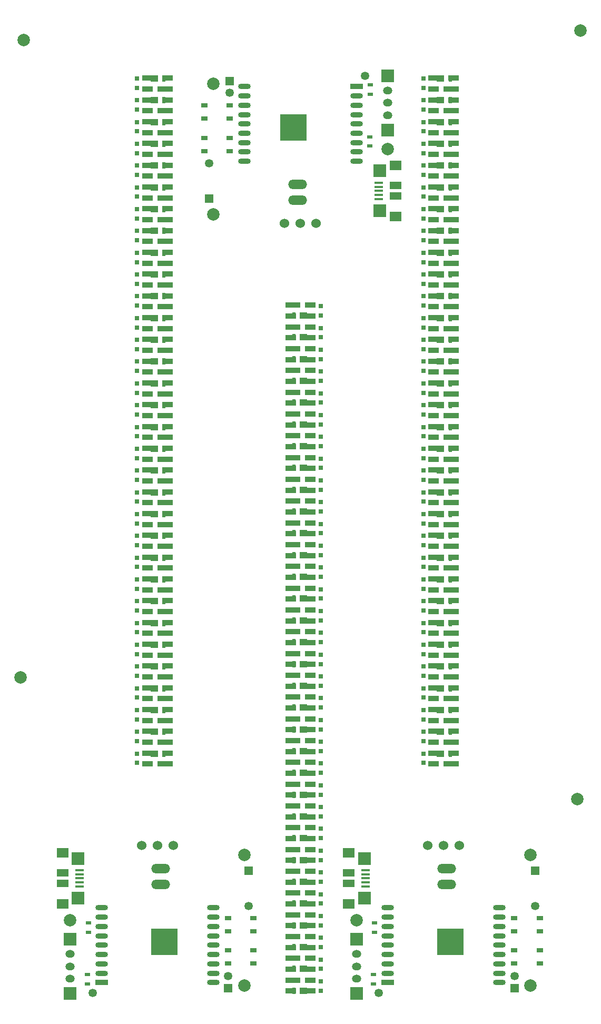
<source format=gbs>
G04 #@! TF.FileFunction,Soldermask,Bot*
%FSLAX46Y46*%
G04 Gerber Fmt 4.6, Leading zero omitted, Abs format (unit mm)*
G04 Created by KiCad (PCBNEW 4.0.1-stable) date 2017/04/08 12:51:49*
%MOMM*%
G01*
G04 APERTURE LIST*
%ADD10C,0.200000*%
%ADD11O,1.500000X1.270000*%
%ADD12R,2.000000X2.000000*%
%ADD13C,1.524000*%
%ADD14O,3.014980X1.506220*%
%ADD15R,0.900000X0.500000*%
%ADD16O,2.000000X0.900000*%
%ADD17R,2.000000X0.900000*%
%ADD18R,4.300000X4.300000*%
%ADD19C,2.000000*%
%ADD20R,0.750000X0.800000*%
%ADD21R,1.700000X0.850000*%
%ADD22R,1.200000X1.000000*%
%ADD23R,0.600000X1.000000*%
%ADD24C,1.350000*%
%ADD25R,1.350000X1.350000*%
%ADD26R,1.900000X1.200000*%
%ADD27R,1.900000X1.600000*%
%ADD28R,2.000000X2.100000*%
%ADD29R,1.350000X0.400000*%
%ADD30R,1.050000X0.650000*%
G04 APERTURE END LIST*
D10*
D11*
X135000000Y-50600000D03*
X135000000Y-48600000D03*
X135000000Y-52600000D03*
D12*
X135000000Y-46250000D03*
X135000000Y-54950000D03*
D13*
X123540000Y-70000000D03*
X121000000Y-70000000D03*
X118460000Y-70000000D03*
D14*
X120500000Y-66270000D03*
X120500000Y-63730000D03*
D15*
X132100000Y-56050000D03*
X132100000Y-57550000D03*
X132250000Y-47750000D03*
X132250000Y-49250000D03*
D16*
X112000000Y-60000000D03*
X130000000Y-60000000D03*
D17*
X130000000Y-48000000D03*
D16*
X130000000Y-49500000D03*
X130000000Y-51000000D03*
X130000000Y-52500000D03*
X130000000Y-54000000D03*
X130000000Y-55500000D03*
X130000000Y-57000000D03*
X130000000Y-58500000D03*
X112000000Y-58500000D03*
X112000000Y-57000000D03*
X112000000Y-55500000D03*
X112000000Y-54000000D03*
X112000000Y-52500000D03*
X112000000Y-51000000D03*
X112000000Y-49500000D03*
X112000000Y-48000000D03*
D18*
X119880000Y-54580000D03*
D19*
X107000000Y-47500000D03*
X107000000Y-68500000D03*
X135000000Y-58000000D03*
D20*
X124250000Y-84800000D03*
X124250000Y-83300000D03*
X124250000Y-88300000D03*
X124250000Y-86800000D03*
X124250000Y-91800000D03*
X124250000Y-90300000D03*
X124250000Y-95300000D03*
X124250000Y-93800000D03*
X124250000Y-98800000D03*
X124250000Y-97300000D03*
X124250000Y-102300000D03*
X124250000Y-100800000D03*
X124250000Y-105800000D03*
X124250000Y-104300000D03*
X124250000Y-109300000D03*
X124250000Y-107800000D03*
X124250000Y-112800000D03*
X124250000Y-111300000D03*
X124250000Y-116300000D03*
X124250000Y-114800000D03*
X124250000Y-119800000D03*
X124250000Y-118300000D03*
X124250000Y-123300000D03*
X124250000Y-121800000D03*
X124250000Y-126800000D03*
X124250000Y-125300000D03*
X124250000Y-130300000D03*
X124250000Y-128800000D03*
X124250000Y-133800000D03*
X124250000Y-132300000D03*
X124250000Y-137300000D03*
X124250000Y-135800000D03*
X124250000Y-140800000D03*
X124250000Y-139300000D03*
X124250000Y-144300000D03*
X124250000Y-142800000D03*
X124250000Y-147800000D03*
X124250000Y-146300000D03*
X124250000Y-151300000D03*
X124250000Y-149800000D03*
X124250000Y-154800000D03*
X124250000Y-153300000D03*
X124250000Y-158300000D03*
X124250000Y-156800000D03*
X124250000Y-161800000D03*
X124250000Y-160300000D03*
X124250000Y-165300000D03*
X124250000Y-163800000D03*
X124250000Y-168800000D03*
X124250000Y-167300000D03*
X124250000Y-172300000D03*
X124250000Y-170800000D03*
X124250000Y-175800000D03*
X124250000Y-174300000D03*
X124250000Y-179300000D03*
X124250000Y-177800000D03*
X124250000Y-182800000D03*
X124250000Y-181300000D03*
X124250000Y-186300000D03*
X124250000Y-184800000D03*
X124250000Y-189800000D03*
X124250000Y-188300000D03*
X124250000Y-193300000D03*
X124250000Y-191800000D03*
D21*
X119400000Y-193375000D03*
X119400000Y-191625000D03*
X122600000Y-191625000D03*
X122600000Y-193375000D03*
X120150000Y-191625000D03*
D22*
X121500000Y-193300000D03*
D23*
X119950000Y-193300000D03*
D21*
X119400000Y-189875000D03*
X119400000Y-188125000D03*
X122600000Y-188125000D03*
X122600000Y-189875000D03*
X120150000Y-188125000D03*
D22*
X121500000Y-189800000D03*
D23*
X119950000Y-189800000D03*
D21*
X119400000Y-186375000D03*
X119400000Y-184625000D03*
X122600000Y-184625000D03*
X122600000Y-186375000D03*
X120150000Y-184625000D03*
D22*
X121500000Y-186300000D03*
D23*
X119950000Y-186300000D03*
D21*
X119400000Y-182875000D03*
X119400000Y-181125000D03*
X122600000Y-181125000D03*
X122600000Y-182875000D03*
X120150000Y-181125000D03*
D22*
X121500000Y-182800000D03*
D23*
X119950000Y-182800000D03*
D21*
X119400000Y-179375000D03*
X119400000Y-177625000D03*
X122600000Y-177625000D03*
X122600000Y-179375000D03*
X120150000Y-177625000D03*
D22*
X121500000Y-179300000D03*
D23*
X119950000Y-179300000D03*
D21*
X119400000Y-175875000D03*
X119400000Y-174125000D03*
X122600000Y-174125000D03*
X122600000Y-175875000D03*
X120150000Y-174125000D03*
D22*
X121500000Y-175800000D03*
D23*
X119950000Y-175800000D03*
D21*
X119400000Y-172375000D03*
X119400000Y-170625000D03*
X122600000Y-170625000D03*
X122600000Y-172375000D03*
X120150000Y-170625000D03*
D22*
X121500000Y-172300000D03*
D23*
X119950000Y-172300000D03*
D21*
X119400000Y-168875000D03*
X119400000Y-167125000D03*
X122600000Y-167125000D03*
X122600000Y-168875000D03*
X120150000Y-167125000D03*
D22*
X121500000Y-168800000D03*
D23*
X119950000Y-168800000D03*
D21*
X119400000Y-165375000D03*
X119400000Y-163625000D03*
X122600000Y-163625000D03*
X122600000Y-165375000D03*
X120150000Y-163625000D03*
D22*
X121500000Y-165300000D03*
D23*
X119950000Y-165300000D03*
D21*
X119400000Y-161875000D03*
X119400000Y-160125000D03*
X122600000Y-160125000D03*
X122600000Y-161875000D03*
X120150000Y-160125000D03*
D22*
X121500000Y-161800000D03*
D23*
X119950000Y-161800000D03*
D21*
X119400000Y-158375000D03*
X119400000Y-156625000D03*
X122600000Y-156625000D03*
X122600000Y-158375000D03*
X120150000Y-156625000D03*
D22*
X121500000Y-158300000D03*
D23*
X119950000Y-158300000D03*
D21*
X119400000Y-154875000D03*
X119400000Y-153125000D03*
X122600000Y-153125000D03*
X122600000Y-154875000D03*
X120150000Y-153125000D03*
D22*
X121500000Y-154800000D03*
D23*
X119950000Y-154800000D03*
D21*
X119400000Y-151375000D03*
X119400000Y-149625000D03*
X122600000Y-149625000D03*
X122600000Y-151375000D03*
X120150000Y-149625000D03*
D22*
X121500000Y-151300000D03*
D23*
X119950000Y-151300000D03*
D21*
X119400000Y-147875000D03*
X119400000Y-146125000D03*
X122600000Y-146125000D03*
X122600000Y-147875000D03*
X120150000Y-146125000D03*
D22*
X121500000Y-147800000D03*
D23*
X119950000Y-147800000D03*
D21*
X119400000Y-144375000D03*
X119400000Y-142625000D03*
X122600000Y-142625000D03*
X122600000Y-144375000D03*
X120150000Y-142625000D03*
D22*
X121500000Y-144300000D03*
D23*
X119950000Y-144300000D03*
D21*
X119400000Y-140875000D03*
X119400000Y-139125000D03*
X122600000Y-139125000D03*
X122600000Y-140875000D03*
X120150000Y-139125000D03*
D22*
X121500000Y-140800000D03*
D23*
X119950000Y-140800000D03*
D21*
X119400000Y-137375000D03*
X119400000Y-135625000D03*
X122600000Y-135625000D03*
X122600000Y-137375000D03*
X120150000Y-135625000D03*
D22*
X121500000Y-137300000D03*
D23*
X119950000Y-137300000D03*
D21*
X119400000Y-133875000D03*
X119400000Y-132125000D03*
X122600000Y-132125000D03*
X122600000Y-133875000D03*
X120150000Y-132125000D03*
D22*
X121500000Y-133800000D03*
D23*
X119950000Y-133800000D03*
D21*
X119400000Y-130375000D03*
X119400000Y-128625000D03*
X122600000Y-128625000D03*
X122600000Y-130375000D03*
X120150000Y-128625000D03*
D22*
X121500000Y-130300000D03*
D23*
X119950000Y-130300000D03*
D21*
X119400000Y-126875000D03*
X119400000Y-125125000D03*
X122600000Y-125125000D03*
X122600000Y-126875000D03*
X120150000Y-125125000D03*
D22*
X121500000Y-126800000D03*
D23*
X119950000Y-126800000D03*
D21*
X119400000Y-123375000D03*
X119400000Y-121625000D03*
X122600000Y-121625000D03*
X122600000Y-123375000D03*
X120150000Y-121625000D03*
D22*
X121500000Y-123300000D03*
D23*
X119950000Y-123300000D03*
D21*
X119400000Y-119875000D03*
X119400000Y-118125000D03*
X122600000Y-118125000D03*
X122600000Y-119875000D03*
X120150000Y-118125000D03*
D22*
X121500000Y-119800000D03*
D23*
X119950000Y-119800000D03*
D21*
X119400000Y-116375000D03*
X119400000Y-114625000D03*
X122600000Y-114625000D03*
X122600000Y-116375000D03*
X120150000Y-114625000D03*
D22*
X121500000Y-116300000D03*
D23*
X119950000Y-116300000D03*
D21*
X119400000Y-112875000D03*
X119400000Y-111125000D03*
X122600000Y-111125000D03*
X122600000Y-112875000D03*
X120150000Y-111125000D03*
D22*
X121500000Y-112800000D03*
D23*
X119950000Y-112800000D03*
D21*
X119400000Y-109375000D03*
X119400000Y-107625000D03*
X122600000Y-107625000D03*
X122600000Y-109375000D03*
X120150000Y-107625000D03*
D22*
X121500000Y-109300000D03*
D23*
X119950000Y-109300000D03*
D21*
X119400000Y-105875000D03*
X119400000Y-104125000D03*
X122600000Y-104125000D03*
X122600000Y-105875000D03*
X120150000Y-104125000D03*
D22*
X121500000Y-105800000D03*
D23*
X119950000Y-105800000D03*
D21*
X119400000Y-102375000D03*
X119400000Y-100625000D03*
X122600000Y-100625000D03*
X122600000Y-102375000D03*
X120150000Y-100625000D03*
D22*
X121500000Y-102300000D03*
D23*
X119950000Y-102300000D03*
D21*
X119400000Y-98875000D03*
X119400000Y-97125000D03*
X122600000Y-97125000D03*
X122600000Y-98875000D03*
X120150000Y-97125000D03*
D22*
X121500000Y-98800000D03*
D23*
X119950000Y-98800000D03*
D21*
X119400000Y-95375000D03*
X119400000Y-93625000D03*
X122600000Y-93625000D03*
X122600000Y-95375000D03*
X120150000Y-93625000D03*
D22*
X121500000Y-95300000D03*
D23*
X119950000Y-95300000D03*
D21*
X119400000Y-91875000D03*
X119400000Y-90125000D03*
X122600000Y-90125000D03*
X122600000Y-91875000D03*
X120150000Y-90125000D03*
D22*
X121500000Y-91800000D03*
D23*
X119950000Y-91800000D03*
D21*
X119400000Y-88375000D03*
X119400000Y-86625000D03*
X122600000Y-86625000D03*
X122600000Y-88375000D03*
X120150000Y-86625000D03*
D22*
X121500000Y-88300000D03*
D23*
X119950000Y-88300000D03*
D21*
X119400000Y-84875000D03*
X119400000Y-83125000D03*
X122600000Y-83125000D03*
X122600000Y-84875000D03*
X120150000Y-83125000D03*
D22*
X121500000Y-84800000D03*
D23*
X119950000Y-84800000D03*
D24*
X131400000Y-46300000D03*
X106300000Y-60300000D03*
D25*
X106300000Y-66000000D03*
D24*
X109600000Y-49000000D03*
D25*
X109600000Y-47100000D03*
D26*
X136250000Y-63900000D03*
X136250000Y-65600000D03*
D27*
X136250000Y-68850000D03*
X136250000Y-60650000D03*
D28*
X133750000Y-67950000D03*
X133750000Y-61550000D03*
D29*
X133550000Y-66050000D03*
X133550000Y-65400000D03*
X133550000Y-64750000D03*
X133550000Y-64100000D03*
X133550000Y-63450000D03*
D30*
X109650000Y-51050000D03*
X105550000Y-51050000D03*
X105550000Y-53150000D03*
X109650000Y-53150000D03*
X105550000Y-58350000D03*
X109650000Y-58350000D03*
X109650000Y-56250000D03*
X105550000Y-56250000D03*
D13*
X95460000Y-170000000D03*
X98000000Y-170000000D03*
X100540000Y-170000000D03*
D14*
X98500000Y-173730000D03*
X98500000Y-176270000D03*
D15*
X86900000Y-183950000D03*
X86900000Y-182450000D03*
X86750000Y-192250000D03*
X86750000Y-190750000D03*
D16*
X107000000Y-180000000D03*
X89000000Y-180000000D03*
D17*
X89000000Y-192000000D03*
D16*
X89000000Y-190500000D03*
X89000000Y-189000000D03*
X89000000Y-187500000D03*
X89000000Y-186000000D03*
X89000000Y-184500000D03*
X89000000Y-183000000D03*
X89000000Y-181500000D03*
X107000000Y-181500000D03*
X107000000Y-183000000D03*
X107000000Y-184500000D03*
X107000000Y-186000000D03*
X107000000Y-187500000D03*
X107000000Y-189000000D03*
X107000000Y-190500000D03*
X107000000Y-192000000D03*
D18*
X99120000Y-185420000D03*
D19*
X112000000Y-192500000D03*
X112000000Y-171500000D03*
X84000000Y-182000000D03*
D20*
X94750000Y-155200000D03*
X94750000Y-156700000D03*
X94750000Y-151700000D03*
X94750000Y-153200000D03*
X94750000Y-148200000D03*
X94750000Y-149700000D03*
X94750000Y-144700000D03*
X94750000Y-146200000D03*
X94750000Y-141200000D03*
X94750000Y-142700000D03*
X94750000Y-137700000D03*
X94750000Y-139200000D03*
X94750000Y-134200000D03*
X94750000Y-135700000D03*
X94750000Y-130700000D03*
X94750000Y-132200000D03*
X94750000Y-127200000D03*
X94750000Y-128700000D03*
X94750000Y-123700000D03*
X94750000Y-125200000D03*
X94750000Y-120200000D03*
X94750000Y-121700000D03*
X94750000Y-116700000D03*
X94750000Y-118200000D03*
X94750000Y-113200000D03*
X94750000Y-114700000D03*
X94750000Y-109700000D03*
X94750000Y-111200000D03*
X94750000Y-106200000D03*
X94750000Y-107700000D03*
X94750000Y-102700000D03*
X94750000Y-104200000D03*
X94750000Y-99200000D03*
X94750000Y-100700000D03*
X94750000Y-95700000D03*
X94750000Y-97200000D03*
X94750000Y-92200000D03*
X94750000Y-93700000D03*
X94750000Y-88700000D03*
X94750000Y-90200000D03*
X94750000Y-85200000D03*
X94750000Y-86700000D03*
X94750000Y-81700000D03*
X94750000Y-83200000D03*
X94750000Y-78200000D03*
X94750000Y-79700000D03*
X94750000Y-74700000D03*
X94750000Y-76200000D03*
X94750000Y-71200000D03*
X94750000Y-72700000D03*
X94750000Y-67700000D03*
X94750000Y-69200000D03*
X94750000Y-64200000D03*
X94750000Y-65700000D03*
X94750000Y-60700000D03*
X94750000Y-62200000D03*
X94750000Y-57200000D03*
X94750000Y-58700000D03*
X94750000Y-53700000D03*
X94750000Y-55200000D03*
X94750000Y-50200000D03*
X94750000Y-51700000D03*
X94750000Y-46700000D03*
X94750000Y-48200000D03*
D21*
X99600000Y-46625000D03*
X99600000Y-48375000D03*
X96400000Y-48375000D03*
X96400000Y-46625000D03*
X98850000Y-48375000D03*
D22*
X97500000Y-46700000D03*
D23*
X99050000Y-46700000D03*
D21*
X99600000Y-50125000D03*
X99600000Y-51875000D03*
X96400000Y-51875000D03*
X96400000Y-50125000D03*
X98850000Y-51875000D03*
D22*
X97500000Y-50200000D03*
D23*
X99050000Y-50200000D03*
D21*
X99600000Y-53625000D03*
X99600000Y-55375000D03*
X96400000Y-55375000D03*
X96400000Y-53625000D03*
X98850000Y-55375000D03*
D22*
X97500000Y-53700000D03*
D23*
X99050000Y-53700000D03*
D21*
X99600000Y-57125000D03*
X99600000Y-58875000D03*
X96400000Y-58875000D03*
X96400000Y-57125000D03*
X98850000Y-58875000D03*
D22*
X97500000Y-57200000D03*
D23*
X99050000Y-57200000D03*
D21*
X99600000Y-60625000D03*
X99600000Y-62375000D03*
X96400000Y-62375000D03*
X96400000Y-60625000D03*
X98850000Y-62375000D03*
D22*
X97500000Y-60700000D03*
D23*
X99050000Y-60700000D03*
D21*
X99600000Y-64125000D03*
X99600000Y-65875000D03*
X96400000Y-65875000D03*
X96400000Y-64125000D03*
X98850000Y-65875000D03*
D22*
X97500000Y-64200000D03*
D23*
X99050000Y-64200000D03*
D21*
X99600000Y-67625000D03*
X99600000Y-69375000D03*
X96400000Y-69375000D03*
X96400000Y-67625000D03*
X98850000Y-69375000D03*
D22*
X97500000Y-67700000D03*
D23*
X99050000Y-67700000D03*
D21*
X99600000Y-71125000D03*
X99600000Y-72875000D03*
X96400000Y-72875000D03*
X96400000Y-71125000D03*
X98850000Y-72875000D03*
D22*
X97500000Y-71200000D03*
D23*
X99050000Y-71200000D03*
D21*
X99600000Y-74625000D03*
X99600000Y-76375000D03*
X96400000Y-76375000D03*
X96400000Y-74625000D03*
X98850000Y-76375000D03*
D22*
X97500000Y-74700000D03*
D23*
X99050000Y-74700000D03*
D21*
X99600000Y-78125000D03*
X99600000Y-79875000D03*
X96400000Y-79875000D03*
X96400000Y-78125000D03*
X98850000Y-79875000D03*
D22*
X97500000Y-78200000D03*
D23*
X99050000Y-78200000D03*
D21*
X99600000Y-81625000D03*
X99600000Y-83375000D03*
X96400000Y-83375000D03*
X96400000Y-81625000D03*
X98850000Y-83375000D03*
D22*
X97500000Y-81700000D03*
D23*
X99050000Y-81700000D03*
D21*
X99600000Y-85125000D03*
X99600000Y-86875000D03*
X96400000Y-86875000D03*
X96400000Y-85125000D03*
X98850000Y-86875000D03*
D22*
X97500000Y-85200000D03*
D23*
X99050000Y-85200000D03*
D21*
X99600000Y-88625000D03*
X99600000Y-90375000D03*
X96400000Y-90375000D03*
X96400000Y-88625000D03*
X98850000Y-90375000D03*
D22*
X97500000Y-88700000D03*
D23*
X99050000Y-88700000D03*
D21*
X99600000Y-92125000D03*
X99600000Y-93875000D03*
X96400000Y-93875000D03*
X96400000Y-92125000D03*
X98850000Y-93875000D03*
D22*
X97500000Y-92200000D03*
D23*
X99050000Y-92200000D03*
D21*
X99600000Y-95625000D03*
X99600000Y-97375000D03*
X96400000Y-97375000D03*
X96400000Y-95625000D03*
X98850000Y-97375000D03*
D22*
X97500000Y-95700000D03*
D23*
X99050000Y-95700000D03*
D21*
X99600000Y-99125000D03*
X99600000Y-100875000D03*
X96400000Y-100875000D03*
X96400000Y-99125000D03*
X98850000Y-100875000D03*
D22*
X97500000Y-99200000D03*
D23*
X99050000Y-99200000D03*
D21*
X99600000Y-102625000D03*
X99600000Y-104375000D03*
X96400000Y-104375000D03*
X96400000Y-102625000D03*
X98850000Y-104375000D03*
D22*
X97500000Y-102700000D03*
D23*
X99050000Y-102700000D03*
D21*
X99600000Y-106125000D03*
X99600000Y-107875000D03*
X96400000Y-107875000D03*
X96400000Y-106125000D03*
X98850000Y-107875000D03*
D22*
X97500000Y-106200000D03*
D23*
X99050000Y-106200000D03*
D21*
X99600000Y-109625000D03*
X99600000Y-111375000D03*
X96400000Y-111375000D03*
X96400000Y-109625000D03*
X98850000Y-111375000D03*
D22*
X97500000Y-109700000D03*
D23*
X99050000Y-109700000D03*
D21*
X99600000Y-113125000D03*
X99600000Y-114875000D03*
X96400000Y-114875000D03*
X96400000Y-113125000D03*
X98850000Y-114875000D03*
D22*
X97500000Y-113200000D03*
D23*
X99050000Y-113200000D03*
D21*
X99600000Y-116625000D03*
X99600000Y-118375000D03*
X96400000Y-118375000D03*
X96400000Y-116625000D03*
X98850000Y-118375000D03*
D22*
X97500000Y-116700000D03*
D23*
X99050000Y-116700000D03*
D21*
X99600000Y-120125000D03*
X99600000Y-121875000D03*
X96400000Y-121875000D03*
X96400000Y-120125000D03*
X98850000Y-121875000D03*
D22*
X97500000Y-120200000D03*
D23*
X99050000Y-120200000D03*
D21*
X99600000Y-123625000D03*
X99600000Y-125375000D03*
X96400000Y-125375000D03*
X96400000Y-123625000D03*
X98850000Y-125375000D03*
D22*
X97500000Y-123700000D03*
D23*
X99050000Y-123700000D03*
D21*
X99600000Y-127125000D03*
X99600000Y-128875000D03*
X96400000Y-128875000D03*
X96400000Y-127125000D03*
X98850000Y-128875000D03*
D22*
X97500000Y-127200000D03*
D23*
X99050000Y-127200000D03*
D21*
X99600000Y-130625000D03*
X99600000Y-132375000D03*
X96400000Y-132375000D03*
X96400000Y-130625000D03*
X98850000Y-132375000D03*
D22*
X97500000Y-130700000D03*
D23*
X99050000Y-130700000D03*
D21*
X99600000Y-134125000D03*
X99600000Y-135875000D03*
X96400000Y-135875000D03*
X96400000Y-134125000D03*
X98850000Y-135875000D03*
D22*
X97500000Y-134200000D03*
D23*
X99050000Y-134200000D03*
D21*
X99600000Y-137625000D03*
X99600000Y-139375000D03*
X96400000Y-139375000D03*
X96400000Y-137625000D03*
X98850000Y-139375000D03*
D22*
X97500000Y-137700000D03*
D23*
X99050000Y-137700000D03*
D21*
X99600000Y-141125000D03*
X99600000Y-142875000D03*
X96400000Y-142875000D03*
X96400000Y-141125000D03*
X98850000Y-142875000D03*
D22*
X97500000Y-141200000D03*
D23*
X99050000Y-141200000D03*
D21*
X99600000Y-144625000D03*
X99600000Y-146375000D03*
X96400000Y-146375000D03*
X96400000Y-144625000D03*
X98850000Y-146375000D03*
D22*
X97500000Y-144700000D03*
D23*
X99050000Y-144700000D03*
D21*
X99600000Y-148125000D03*
X99600000Y-149875000D03*
X96400000Y-149875000D03*
X96400000Y-148125000D03*
X98850000Y-149875000D03*
D22*
X97500000Y-148200000D03*
D23*
X99050000Y-148200000D03*
D21*
X99600000Y-151625000D03*
X99600000Y-153375000D03*
X96400000Y-153375000D03*
X96400000Y-151625000D03*
X98850000Y-153375000D03*
D22*
X97500000Y-151700000D03*
D23*
X99050000Y-151700000D03*
D21*
X99600000Y-155125000D03*
X99600000Y-156875000D03*
X96400000Y-156875000D03*
X96400000Y-155125000D03*
X98850000Y-156875000D03*
D22*
X97500000Y-155200000D03*
D23*
X99050000Y-155200000D03*
D24*
X87600000Y-193700000D03*
X112700000Y-179700000D03*
D25*
X112700000Y-174000000D03*
D24*
X109400000Y-191000000D03*
D25*
X109400000Y-192900000D03*
D26*
X82750000Y-176100000D03*
X82750000Y-174400000D03*
D27*
X82750000Y-171150000D03*
X82750000Y-179350000D03*
D28*
X85250000Y-172050000D03*
X85250000Y-178450000D03*
D29*
X85450000Y-173950000D03*
X85450000Y-174600000D03*
X85450000Y-175250000D03*
X85450000Y-175900000D03*
X85450000Y-176550000D03*
D30*
X109350000Y-188950000D03*
X113450000Y-188950000D03*
X113450000Y-186850000D03*
X109350000Y-186850000D03*
X113450000Y-181650000D03*
X109350000Y-181650000D03*
X109350000Y-183750000D03*
X113450000Y-183750000D03*
D13*
X141460000Y-170000000D03*
X144000000Y-170000000D03*
X146540000Y-170000000D03*
D14*
X144500000Y-173730000D03*
X144500000Y-176270000D03*
D15*
X132900000Y-183950000D03*
X132900000Y-182450000D03*
X132750000Y-192250000D03*
X132750000Y-190750000D03*
D16*
X153000000Y-180000000D03*
X135000000Y-180000000D03*
D17*
X135000000Y-192000000D03*
D16*
X135000000Y-190500000D03*
X135000000Y-189000000D03*
X135000000Y-187500000D03*
X135000000Y-186000000D03*
X135000000Y-184500000D03*
X135000000Y-183000000D03*
X135000000Y-181500000D03*
X153000000Y-181500000D03*
X153000000Y-183000000D03*
X153000000Y-184500000D03*
X153000000Y-186000000D03*
X153000000Y-187500000D03*
X153000000Y-189000000D03*
X153000000Y-190500000D03*
X153000000Y-192000000D03*
D18*
X145120000Y-185420000D03*
D19*
X158000000Y-192500000D03*
X158000000Y-171500000D03*
X130000000Y-182000000D03*
D20*
X140750000Y-155200000D03*
X140750000Y-156700000D03*
X140750000Y-151700000D03*
X140750000Y-153200000D03*
X140750000Y-148200000D03*
X140750000Y-149700000D03*
X140750000Y-144700000D03*
X140750000Y-146200000D03*
X140750000Y-141200000D03*
X140750000Y-142700000D03*
X140750000Y-137700000D03*
X140750000Y-139200000D03*
X140750000Y-134200000D03*
X140750000Y-135700000D03*
X140750000Y-130700000D03*
X140750000Y-132200000D03*
X140750000Y-127200000D03*
X140750000Y-128700000D03*
X140750000Y-123700000D03*
X140750000Y-125200000D03*
X140750000Y-120200000D03*
X140750000Y-121700000D03*
X140750000Y-116700000D03*
X140750000Y-118200000D03*
X140750000Y-113200000D03*
X140750000Y-114700000D03*
X140750000Y-109700000D03*
X140750000Y-111200000D03*
X140750000Y-106200000D03*
X140750000Y-107700000D03*
X140750000Y-102700000D03*
X140750000Y-104200000D03*
X140750000Y-99200000D03*
X140750000Y-100700000D03*
X140750000Y-95700000D03*
X140750000Y-97200000D03*
X140750000Y-92200000D03*
X140750000Y-93700000D03*
X140750000Y-88700000D03*
X140750000Y-90200000D03*
X140750000Y-85200000D03*
X140750000Y-86700000D03*
X140750000Y-81700000D03*
X140750000Y-83200000D03*
X140750000Y-78200000D03*
X140750000Y-79700000D03*
X140750000Y-74700000D03*
X140750000Y-76200000D03*
X140750000Y-71200000D03*
X140750000Y-72700000D03*
X140750000Y-67700000D03*
X140750000Y-69200000D03*
X140750000Y-64200000D03*
X140750000Y-65700000D03*
X140750000Y-60700000D03*
X140750000Y-62200000D03*
X140750000Y-57200000D03*
X140750000Y-58700000D03*
X140750000Y-53700000D03*
X140750000Y-55200000D03*
X140750000Y-50200000D03*
X140750000Y-51700000D03*
X140750000Y-46700000D03*
X140750000Y-48200000D03*
D21*
X145600000Y-46625000D03*
X145600000Y-48375000D03*
X142400000Y-48375000D03*
X142400000Y-46625000D03*
X144850000Y-48375000D03*
D22*
X143500000Y-46700000D03*
D23*
X145050000Y-46700000D03*
D21*
X145600000Y-50125000D03*
X145600000Y-51875000D03*
X142400000Y-51875000D03*
X142400000Y-50125000D03*
X144850000Y-51875000D03*
D22*
X143500000Y-50200000D03*
D23*
X145050000Y-50200000D03*
D21*
X145600000Y-53625000D03*
X145600000Y-55375000D03*
X142400000Y-55375000D03*
X142400000Y-53625000D03*
X144850000Y-55375000D03*
D22*
X143500000Y-53700000D03*
D23*
X145050000Y-53700000D03*
D21*
X145600000Y-57125000D03*
X145600000Y-58875000D03*
X142400000Y-58875000D03*
X142400000Y-57125000D03*
X144850000Y-58875000D03*
D22*
X143500000Y-57200000D03*
D23*
X145050000Y-57200000D03*
D21*
X145600000Y-60625000D03*
X145600000Y-62375000D03*
X142400000Y-62375000D03*
X142400000Y-60625000D03*
X144850000Y-62375000D03*
D22*
X143500000Y-60700000D03*
D23*
X145050000Y-60700000D03*
D21*
X145600000Y-64125000D03*
X145600000Y-65875000D03*
X142400000Y-65875000D03*
X142400000Y-64125000D03*
X144850000Y-65875000D03*
D22*
X143500000Y-64200000D03*
D23*
X145050000Y-64200000D03*
D21*
X145600000Y-67625000D03*
X145600000Y-69375000D03*
X142400000Y-69375000D03*
X142400000Y-67625000D03*
X144850000Y-69375000D03*
D22*
X143500000Y-67700000D03*
D23*
X145050000Y-67700000D03*
D21*
X145600000Y-71125000D03*
X145600000Y-72875000D03*
X142400000Y-72875000D03*
X142400000Y-71125000D03*
X144850000Y-72875000D03*
D22*
X143500000Y-71200000D03*
D23*
X145050000Y-71200000D03*
D21*
X145600000Y-74625000D03*
X145600000Y-76375000D03*
X142400000Y-76375000D03*
X142400000Y-74625000D03*
X144850000Y-76375000D03*
D22*
X143500000Y-74700000D03*
D23*
X145050000Y-74700000D03*
D21*
X145600000Y-78125000D03*
X145600000Y-79875000D03*
X142400000Y-79875000D03*
X142400000Y-78125000D03*
X144850000Y-79875000D03*
D22*
X143500000Y-78200000D03*
D23*
X145050000Y-78200000D03*
D21*
X145600000Y-81625000D03*
X145600000Y-83375000D03*
X142400000Y-83375000D03*
X142400000Y-81625000D03*
X144850000Y-83375000D03*
D22*
X143500000Y-81700000D03*
D23*
X145050000Y-81700000D03*
D21*
X145600000Y-85125000D03*
X145600000Y-86875000D03*
X142400000Y-86875000D03*
X142400000Y-85125000D03*
X144850000Y-86875000D03*
D22*
X143500000Y-85200000D03*
D23*
X145050000Y-85200000D03*
D21*
X145600000Y-88625000D03*
X145600000Y-90375000D03*
X142400000Y-90375000D03*
X142400000Y-88625000D03*
X144850000Y-90375000D03*
D22*
X143500000Y-88700000D03*
D23*
X145050000Y-88700000D03*
D21*
X145600000Y-92125000D03*
X145600000Y-93875000D03*
X142400000Y-93875000D03*
X142400000Y-92125000D03*
X144850000Y-93875000D03*
D22*
X143500000Y-92200000D03*
D23*
X145050000Y-92200000D03*
D21*
X145600000Y-95625000D03*
X145600000Y-97375000D03*
X142400000Y-97375000D03*
X142400000Y-95625000D03*
X144850000Y-97375000D03*
D22*
X143500000Y-95700000D03*
D23*
X145050000Y-95700000D03*
D21*
X145600000Y-99125000D03*
X145600000Y-100875000D03*
X142400000Y-100875000D03*
X142400000Y-99125000D03*
X144850000Y-100875000D03*
D22*
X143500000Y-99200000D03*
D23*
X145050000Y-99200000D03*
D21*
X145600000Y-102625000D03*
X145600000Y-104375000D03*
X142400000Y-104375000D03*
X142400000Y-102625000D03*
X144850000Y-104375000D03*
D22*
X143500000Y-102700000D03*
D23*
X145050000Y-102700000D03*
D21*
X145600000Y-106125000D03*
X145600000Y-107875000D03*
X142400000Y-107875000D03*
X142400000Y-106125000D03*
X144850000Y-107875000D03*
D22*
X143500000Y-106200000D03*
D23*
X145050000Y-106200000D03*
D21*
X145600000Y-109625000D03*
X145600000Y-111375000D03*
X142400000Y-111375000D03*
X142400000Y-109625000D03*
X144850000Y-111375000D03*
D22*
X143500000Y-109700000D03*
D23*
X145050000Y-109700000D03*
D21*
X145600000Y-113125000D03*
X145600000Y-114875000D03*
X142400000Y-114875000D03*
X142400000Y-113125000D03*
X144850000Y-114875000D03*
D22*
X143500000Y-113200000D03*
D23*
X145050000Y-113200000D03*
D21*
X145600000Y-116625000D03*
X145600000Y-118375000D03*
X142400000Y-118375000D03*
X142400000Y-116625000D03*
X144850000Y-118375000D03*
D22*
X143500000Y-116700000D03*
D23*
X145050000Y-116700000D03*
D21*
X145600000Y-120125000D03*
X145600000Y-121875000D03*
X142400000Y-121875000D03*
X142400000Y-120125000D03*
X144850000Y-121875000D03*
D22*
X143500000Y-120200000D03*
D23*
X145050000Y-120200000D03*
D21*
X145600000Y-123625000D03*
X145600000Y-125375000D03*
X142400000Y-125375000D03*
X142400000Y-123625000D03*
X144850000Y-125375000D03*
D22*
X143500000Y-123700000D03*
D23*
X145050000Y-123700000D03*
D21*
X145600000Y-127125000D03*
X145600000Y-128875000D03*
X142400000Y-128875000D03*
X142400000Y-127125000D03*
X144850000Y-128875000D03*
D22*
X143500000Y-127200000D03*
D23*
X145050000Y-127200000D03*
D21*
X145600000Y-130625000D03*
X145600000Y-132375000D03*
X142400000Y-132375000D03*
X142400000Y-130625000D03*
X144850000Y-132375000D03*
D22*
X143500000Y-130700000D03*
D23*
X145050000Y-130700000D03*
D21*
X145600000Y-134125000D03*
X145600000Y-135875000D03*
X142400000Y-135875000D03*
X142400000Y-134125000D03*
X144850000Y-135875000D03*
D22*
X143500000Y-134200000D03*
D23*
X145050000Y-134200000D03*
D21*
X145600000Y-137625000D03*
X145600000Y-139375000D03*
X142400000Y-139375000D03*
X142400000Y-137625000D03*
X144850000Y-139375000D03*
D22*
X143500000Y-137700000D03*
D23*
X145050000Y-137700000D03*
D21*
X145600000Y-141125000D03*
X145600000Y-142875000D03*
X142400000Y-142875000D03*
X142400000Y-141125000D03*
X144850000Y-142875000D03*
D22*
X143500000Y-141200000D03*
D23*
X145050000Y-141200000D03*
D21*
X145600000Y-144625000D03*
X145600000Y-146375000D03*
X142400000Y-146375000D03*
X142400000Y-144625000D03*
X144850000Y-146375000D03*
D22*
X143500000Y-144700000D03*
D23*
X145050000Y-144700000D03*
D21*
X145600000Y-148125000D03*
X145600000Y-149875000D03*
X142400000Y-149875000D03*
X142400000Y-148125000D03*
X144850000Y-149875000D03*
D22*
X143500000Y-148200000D03*
D23*
X145050000Y-148200000D03*
D21*
X145600000Y-151625000D03*
X145600000Y-153375000D03*
X142400000Y-153375000D03*
X142400000Y-151625000D03*
X144850000Y-153375000D03*
D22*
X143500000Y-151700000D03*
D23*
X145050000Y-151700000D03*
D21*
X145600000Y-155125000D03*
X145600000Y-156875000D03*
X142400000Y-156875000D03*
X142400000Y-155125000D03*
X144850000Y-156875000D03*
D22*
X143500000Y-155200000D03*
D23*
X145050000Y-155200000D03*
D24*
X133600000Y-193700000D03*
X158700000Y-179700000D03*
D25*
X158700000Y-174000000D03*
D24*
X155400000Y-191000000D03*
D25*
X155400000Y-192900000D03*
D26*
X128750000Y-176100000D03*
X128750000Y-174400000D03*
D27*
X128750000Y-171150000D03*
X128750000Y-179350000D03*
D28*
X131250000Y-172050000D03*
X131250000Y-178450000D03*
D29*
X131450000Y-173950000D03*
X131450000Y-174600000D03*
X131450000Y-175250000D03*
X131450000Y-175900000D03*
X131450000Y-176550000D03*
D30*
X155350000Y-188950000D03*
X159450000Y-188950000D03*
X159450000Y-186850000D03*
X155350000Y-186850000D03*
X159450000Y-181650000D03*
X155350000Y-181650000D03*
X155350000Y-183750000D03*
X159450000Y-183750000D03*
D11*
X84000000Y-189400000D03*
X84000000Y-191400000D03*
X84000000Y-187400000D03*
D12*
X84000000Y-193750000D03*
X84000000Y-185050000D03*
D11*
X130000000Y-189400000D03*
X130000000Y-191400000D03*
X130000000Y-187400000D03*
D12*
X130000000Y-193750000D03*
X130000000Y-185050000D03*
D19*
X76500000Y-40500000D03*
X165500000Y-162500000D03*
X166000000Y-39000000D03*
X76000000Y-143000000D03*
M02*

</source>
